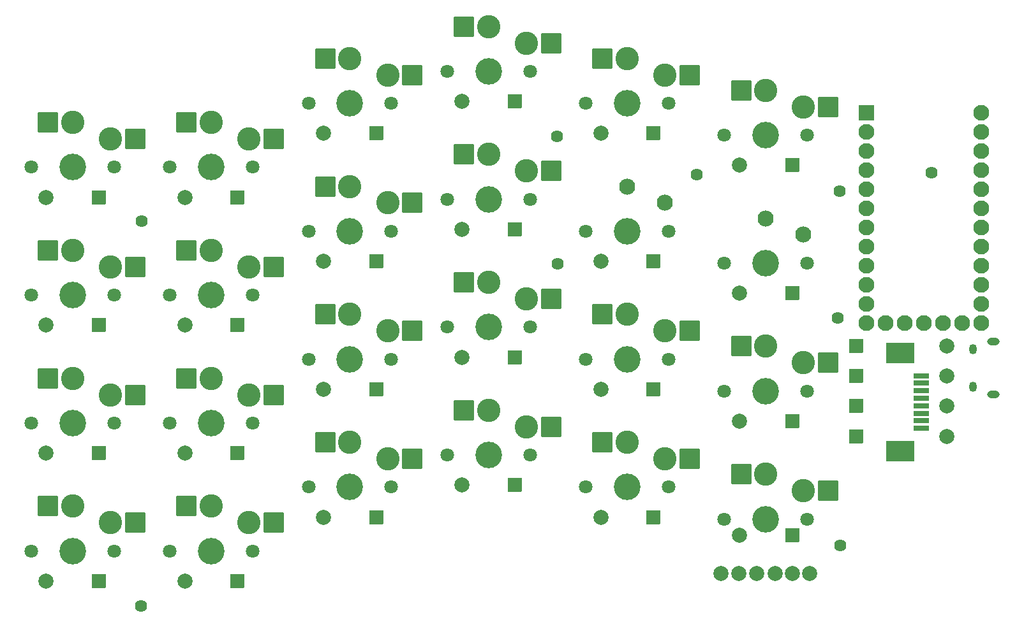
<source format=gbr>
%TF.GenerationSoftware,KiCad,Pcbnew,(6.0.4)*%
%TF.CreationDate,2024-05-03T15:54:38-07:00*%
%TF.ProjectId,left_staggered,6c656674-5f73-4746-9167-67657265642e,v1.0.0*%
%TF.SameCoordinates,Original*%
%TF.FileFunction,Soldermask,Bot*%
%TF.FilePolarity,Negative*%
%FSLAX46Y46*%
G04 Gerber Fmt 4.6, Leading zero omitted, Abs format (unit mm)*
G04 Created by KiCad (PCBNEW (6.0.4)) date 2024-05-03 15:54:38*
%MOMM*%
%LPD*%
G01*
G04 APERTURE LIST*
G04 Aperture macros list*
%AMRoundRect*
0 Rectangle with rounded corners*
0 $1 Rounding radius*
0 $2 $3 $4 $5 $6 $7 $8 $9 X,Y pos of 4 corners*
0 Add a 4 corners polygon primitive as box body*
4,1,4,$2,$3,$4,$5,$6,$7,$8,$9,$2,$3,0*
0 Add four circle primitives for the rounded corners*
1,1,$1+$1,$2,$3*
1,1,$1+$1,$4,$5*
1,1,$1+$1,$6,$7*
1,1,$1+$1,$8,$9*
0 Add four rect primitives between the rounded corners*
20,1,$1+$1,$2,$3,$4,$5,0*
20,1,$1+$1,$4,$5,$6,$7,0*
20,1,$1+$1,$6,$7,$8,$9,0*
20,1,$1+$1,$8,$9,$2,$3,0*%
G04 Aperture macros list end*
%ADD10C,1.624000*%
%ADD11C,2.005000*%
%ADD12RoundRect,0.050000X0.889000X0.889000X-0.889000X0.889000X-0.889000X-0.889000X0.889000X-0.889000X0*%
%ADD13C,3.100000*%
%ADD14C,1.801800*%
%ADD15C,3.529000*%
%ADD16RoundRect,0.050000X-1.300000X-1.300000X1.300000X-1.300000X1.300000X1.300000X-1.300000X1.300000X0*%
%ADD17C,2.132000*%
%ADD18RoundRect,0.050000X-0.889000X-0.889000X0.889000X-0.889000X0.889000X0.889000X-0.889000X0.889000X0*%
%ADD19RoundRect,0.050000X-1.000000X-1.000000X1.000000X-1.000000X1.000000X1.000000X-1.000000X1.000000X0*%
%ADD20C,2.100000*%
%ADD21O,1.650000X0.990000*%
%ADD22O,1.050000X1.350000*%
%ADD23RoundRect,0.050000X1.000000X-0.305000X1.000000X0.305000X-1.000000X0.305000X-1.000000X-0.305000X0*%
%ADD24RoundRect,0.050000X1.800000X-1.340000X1.800000X1.340000X-1.800000X1.340000X-1.800000X-1.340000X0*%
G04 APERTURE END LIST*
D10*
%TO.C,*%
X269300000Y-119000000D03*
%TD*%
D11*
%TO.C,D4*%
X164000000Y-119800000D03*
D12*
X171000000Y-119800000D03*
%TD*%
D11*
%TO.C,D19*%
X237600000Y-128300000D03*
D12*
X244600000Y-128300000D03*
%TD*%
D13*
%TO.C,S20*%
X246100000Y-137550000D03*
D14*
X246600000Y-141300000D03*
X235600000Y-141300000D03*
D13*
X241100000Y-135350000D03*
D15*
X241100000Y-141300000D03*
D16*
X237825000Y-135350000D03*
X249375000Y-137550000D03*
%TD*%
D13*
%TO.C,S14*%
X204300000Y-101350000D03*
X209300000Y-103550000D03*
D14*
X209800000Y-107300000D03*
X198800000Y-107300000D03*
D15*
X204300000Y-107300000D03*
D16*
X201025000Y-101350000D03*
X212575000Y-103550000D03*
%TD*%
D14*
%TO.C,S2*%
X265000000Y-128550000D03*
X254000000Y-128550000D03*
D15*
X259500000Y-128550000D03*
D17*
X264500000Y-124750000D03*
X259500000Y-122650000D03*
%TD*%
D11*
%TO.C,D11*%
X200800000Y-128300000D03*
D12*
X207800000Y-128300000D03*
%TD*%
D11*
%TO.C,D25*%
X283500000Y-139550000D03*
D18*
X271500000Y-139550000D03*
%TD*%
D11*
%TO.C,D27*%
X283500000Y-147550000D03*
D18*
X271500000Y-147550000D03*
%TD*%
D11*
%TO.C,D9*%
X200800000Y-162300000D03*
D12*
X207800000Y-162300000D03*
%TD*%
D15*
%TO.C,S13*%
X204300000Y-124300000D03*
D14*
X198800000Y-124300000D03*
X209800000Y-124300000D03*
D13*
X209300000Y-120550000D03*
X204300000Y-118350000D03*
D16*
X201025000Y-118350000D03*
X212575000Y-120550000D03*
%TD*%
D14*
%TO.C,S19*%
X246600000Y-158300000D03*
D13*
X241100000Y-152350000D03*
D15*
X241100000Y-158300000D03*
D14*
X235600000Y-158300000D03*
D13*
X246100000Y-154550000D03*
D16*
X237825000Y-152350000D03*
X249375000Y-154550000D03*
%TD*%
D11*
%TO.C,D23*%
X256000000Y-132550000D03*
D12*
X263000000Y-132550000D03*
%TD*%
D10*
%TO.C,*%
X231800000Y-111700000D03*
%TD*%
%TO.C,*%
X269400000Y-166100000D03*
%TD*%
D13*
%TO.C,S15*%
X222700000Y-148100000D03*
D14*
X217200000Y-154050000D03*
X228200000Y-154050000D03*
D15*
X222700000Y-154050000D03*
D13*
X227700000Y-150300000D03*
D16*
X219425000Y-148100000D03*
X230975000Y-150300000D03*
%TD*%
D11*
%TO.C,*%
X253500000Y-169800000D03*
%TD*%
%TO.C,D13*%
X219200000Y-158050000D03*
D12*
X226200000Y-158050000D03*
%TD*%
D10*
%TO.C,*%
X176700000Y-123000000D03*
%TD*%
D14*
%TO.C,S5*%
X162000000Y-132800000D03*
D13*
X167500000Y-126850000D03*
X172500000Y-129050000D03*
D15*
X167500000Y-132800000D03*
D14*
X173000000Y-132800000D03*
D16*
X164225000Y-126850000D03*
X175775000Y-129050000D03*
%TD*%
D13*
%TO.C,S17*%
X227700000Y-116300000D03*
D14*
X217200000Y-120050000D03*
D15*
X222700000Y-120050000D03*
D14*
X228200000Y-120050000D03*
D13*
X222700000Y-114100000D03*
D16*
X219425000Y-114100000D03*
X230975000Y-116300000D03*
%TD*%
D11*
%TO.C,*%
X260700000Y-169800000D03*
%TD*%
D14*
%TO.C,S18*%
X217200000Y-103050000D03*
X228200000Y-103050000D03*
D13*
X227700000Y-99300000D03*
D15*
X222700000Y-103050000D03*
D13*
X222700000Y-97100000D03*
D16*
X219425000Y-97100000D03*
X230975000Y-99300000D03*
%TD*%
D14*
%TO.C,S22*%
X265000000Y-162550000D03*
D15*
X259500000Y-162550000D03*
D13*
X259500000Y-156600000D03*
X264500000Y-158800000D03*
D14*
X254000000Y-162550000D03*
D16*
X256225000Y-156600000D03*
X267775000Y-158800000D03*
%TD*%
D11*
%TO.C,D18*%
X237600000Y-145300000D03*
D12*
X244600000Y-145300000D03*
%TD*%
D11*
%TO.C,D7*%
X182400000Y-136800000D03*
D12*
X189400000Y-136800000D03*
%TD*%
D11*
%TO.C,D8*%
X182400000Y-119800000D03*
D12*
X189400000Y-119800000D03*
%TD*%
D13*
%TO.C,S4*%
X167500000Y-143850000D03*
D15*
X167500000Y-149800000D03*
D14*
X162000000Y-149800000D03*
D13*
X172500000Y-146050000D03*
D14*
X173000000Y-149800000D03*
D16*
X164225000Y-143850000D03*
X175775000Y-146050000D03*
%TD*%
D14*
%TO.C,S12*%
X209800000Y-141300000D03*
X198800000Y-141300000D03*
D13*
X209300000Y-137550000D03*
D15*
X204300000Y-141300000D03*
D13*
X204300000Y-135350000D03*
D16*
X201025000Y-135350000D03*
X212575000Y-137550000D03*
%TD*%
D11*
%TO.C,D2*%
X164000000Y-153800000D03*
D12*
X171000000Y-153800000D03*
%TD*%
D11*
%TO.C,D26*%
X283500000Y-143550000D03*
D18*
X271500000Y-143550000D03*
%TD*%
D19*
%TO.C,*%
X272880000Y-108580000D03*
D20*
X272880000Y-111120000D03*
X272880000Y-113660000D03*
X272880000Y-116200000D03*
X272880000Y-118740000D03*
X272880000Y-121280000D03*
X272880000Y-123820000D03*
X272880000Y-126360000D03*
X272880000Y-128900000D03*
X272880000Y-131440000D03*
X272880000Y-133980000D03*
X272880000Y-136520000D03*
X288120000Y-136520000D03*
X288120000Y-133980000D03*
X288120000Y-131440000D03*
X288120000Y-128900000D03*
X288120000Y-126360000D03*
X288120000Y-123820000D03*
X288120000Y-121280000D03*
X288120000Y-118740000D03*
X288120000Y-116200000D03*
X288120000Y-113660000D03*
X288120000Y-111120000D03*
X288120000Y-108580000D03*
X275420000Y-136520000D03*
X277960000Y-136520000D03*
X280500000Y-136520000D03*
X283040000Y-136520000D03*
X285580000Y-136520000D03*
%TD*%
D13*
%TO.C,S16*%
X227700000Y-133300000D03*
D14*
X217200000Y-137050000D03*
D15*
X222700000Y-137050000D03*
D13*
X222700000Y-131100000D03*
D14*
X228200000Y-137050000D03*
D16*
X219425000Y-131100000D03*
X230975000Y-133300000D03*
%TD*%
D10*
%TO.C,*%
X269000000Y-135800000D03*
%TD*%
D11*
%TO.C,D6*%
X182400000Y-153800000D03*
D12*
X189400000Y-153800000D03*
%TD*%
D11*
%TO.C,D5*%
X182400000Y-170800000D03*
D12*
X189400000Y-170800000D03*
%TD*%
D13*
%TO.C,S10*%
X185900000Y-109850000D03*
D15*
X185900000Y-115800000D03*
D13*
X190900000Y-112050000D03*
D14*
X180400000Y-115800000D03*
X191400000Y-115800000D03*
D16*
X182625000Y-109850000D03*
X194175000Y-112050000D03*
%TD*%
D11*
%TO.C,D1*%
X164000000Y-170800000D03*
D12*
X171000000Y-170800000D03*
%TD*%
D13*
%TO.C,S11*%
X209300000Y-154550000D03*
D14*
X198800000Y-158300000D03*
D13*
X204300000Y-152350000D03*
D14*
X209800000Y-158300000D03*
D15*
X204300000Y-158300000D03*
D16*
X201025000Y-152350000D03*
X212575000Y-154550000D03*
%TD*%
D11*
%TO.C,D21*%
X256000000Y-164700000D03*
D12*
X263000000Y-164700000D03*
%TD*%
D15*
%TO.C,S7*%
X185900000Y-166800000D03*
D14*
X191400000Y-166800000D03*
D13*
X190900000Y-163050000D03*
X185900000Y-160850000D03*
D14*
X180400000Y-166800000D03*
D16*
X182625000Y-160850000D03*
X194175000Y-163050000D03*
%TD*%
D13*
%TO.C,S24*%
X259500000Y-105600000D03*
X264500000Y-107800000D03*
D14*
X254000000Y-111550000D03*
D15*
X259500000Y-111550000D03*
D14*
X265000000Y-111550000D03*
D16*
X256225000Y-105600000D03*
X267775000Y-107800000D03*
%TD*%
D10*
%TO.C,*%
X176600000Y-174100000D03*
%TD*%
D11*
%TO.C,D10*%
X200800000Y-145300000D03*
D12*
X207800000Y-145300000D03*
%TD*%
D11*
%TO.C,D24*%
X256000000Y-115550000D03*
D12*
X263000000Y-115550000D03*
%TD*%
D11*
%TO.C,*%
X255900000Y-169800000D03*
%TD*%
D13*
%TO.C,S23*%
X259500000Y-139600000D03*
D15*
X259500000Y-145550000D03*
D13*
X264500000Y-141800000D03*
D14*
X265000000Y-145550000D03*
X254000000Y-145550000D03*
D16*
X256225000Y-139600000D03*
X267775000Y-141800000D03*
%TD*%
D21*
%TO.C,*%
X289700000Y-139000000D03*
D22*
X287000000Y-140000000D03*
D21*
X289700000Y-146000000D03*
D22*
X287000000Y-145000000D03*
%TD*%
D11*
%TO.C,*%
X258300000Y-169800000D03*
%TD*%
D13*
%TO.C,S8*%
X190900000Y-146050000D03*
D14*
X191400000Y-149800000D03*
D13*
X185900000Y-143850000D03*
D15*
X185900000Y-149800000D03*
D14*
X180400000Y-149800000D03*
D16*
X182625000Y-143850000D03*
X194175000Y-146050000D03*
%TD*%
D13*
%TO.C,S9*%
X190900000Y-129050000D03*
D14*
X180400000Y-132800000D03*
D15*
X185900000Y-132800000D03*
D13*
X185900000Y-126850000D03*
D14*
X191400000Y-132800000D03*
D16*
X182625000Y-126850000D03*
X194175000Y-129050000D03*
%TD*%
D11*
%TO.C,D16*%
X219200000Y-107050000D03*
D12*
X226200000Y-107050000D03*
%TD*%
D14*
%TO.C,S1*%
X246600000Y-124300000D03*
D15*
X241100000Y-124300000D03*
D14*
X235600000Y-124300000D03*
D17*
X246100000Y-120500000D03*
X241100000Y-118400000D03*
%TD*%
D14*
%TO.C,S21*%
X235600000Y-107300000D03*
D13*
X241100000Y-101350000D03*
D14*
X246600000Y-107300000D03*
D13*
X246100000Y-103550000D03*
D15*
X241100000Y-107300000D03*
D16*
X237825000Y-101350000D03*
X249375000Y-103550000D03*
%TD*%
D10*
%TO.C,*%
X231900000Y-128600000D03*
%TD*%
D11*
%TO.C,D12*%
X200800000Y-111300000D03*
D12*
X207800000Y-111300000D03*
%TD*%
D11*
%TO.C,D3*%
X164000000Y-136800000D03*
D12*
X171000000Y-136800000D03*
%TD*%
D11*
%TO.C,D15*%
X219200000Y-124050000D03*
D12*
X226200000Y-124050000D03*
%TD*%
D11*
%TO.C,D28*%
X283500000Y-151550000D03*
D18*
X271500000Y-151550000D03*
%TD*%
D11*
%TO.C,D14*%
X219200000Y-141050000D03*
D12*
X226200000Y-141050000D03*
%TD*%
D10*
%TO.C,*%
X250300000Y-116800000D03*
%TD*%
D11*
%TO.C,D22*%
X256000000Y-149550000D03*
D12*
X263000000Y-149550000D03*
%TD*%
D11*
%TO.C,*%
X263000000Y-169800000D03*
%TD*%
D13*
%TO.C,S3*%
X167500000Y-160850000D03*
X172500000Y-163050000D03*
D15*
X167500000Y-166800000D03*
D14*
X173000000Y-166800000D03*
X162000000Y-166800000D03*
D16*
X164225000Y-160850000D03*
X175775000Y-163050000D03*
%TD*%
D11*
%TO.C,*%
X265300000Y-169800000D03*
%TD*%
%TO.C,D17*%
X237600000Y-162300000D03*
D12*
X244600000Y-162300000D03*
%TD*%
D11*
%TO.C,D20*%
X237600000Y-111300000D03*
D12*
X244600000Y-111300000D03*
%TD*%
D10*
%TO.C,*%
X281500000Y-116550000D03*
%TD*%
D13*
%TO.C,S6*%
X172500000Y-112050000D03*
X167500000Y-109850000D03*
D15*
X167500000Y-115800000D03*
D14*
X173000000Y-115800000D03*
X162000000Y-115800000D03*
D16*
X164225000Y-109850000D03*
X175775000Y-112050000D03*
%TD*%
D23*
%TO.C,*%
X280100000Y-150500000D03*
X280100000Y-149500000D03*
X280100000Y-148500000D03*
X280100000Y-147500000D03*
X280100000Y-146500000D03*
X280100000Y-145500000D03*
X280100000Y-144500000D03*
X280100000Y-143500000D03*
D24*
X277300000Y-153490000D03*
X277300000Y-140510000D03*
%TD*%
M02*

</source>
